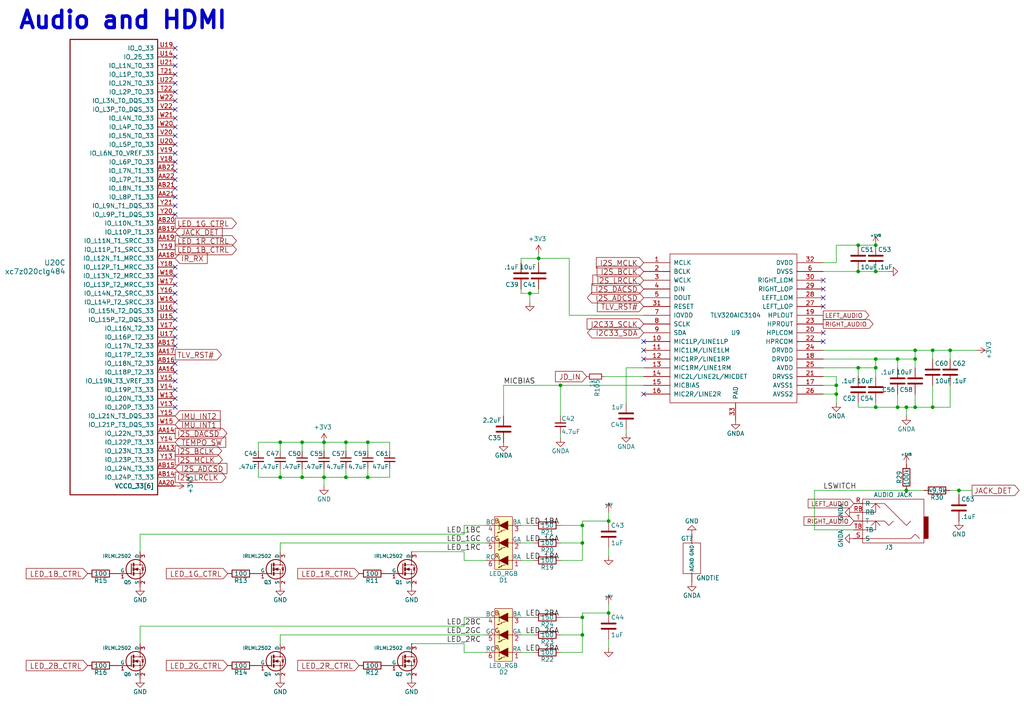
<source format=kicad_sch>
(kicad_sch (version 20231120) (generator "eeschema") (generator_version "8.0")
  (paper "A4")
  (junction (at 262.89 118.11))
  (junction (at 248.92 71.12))
  (junction (at 168.91 179.07))
  (junction (at 168.91 157.48))
  (junction (at 270.51 118.11))
  (junction (at 100.33 128.27))
  (junction (at 265.43 118.11))
  (junction (at 248.92 78.74))
  (junction (at 100.33 138.43))
  (junction (at 260.35 104.14))
  (junction (at 248.92 106.68))
  (junction (at 254 104.14))
  (junction (at 153.67 85.09))
  (junction (at 156.21 74.93))
  (junction (at 106.68 138.43))
  (junction (at 265.43 104.14))
  (junction (at 242.57 111.76))
  (junction (at 93.98 128.27))
  (junction (at 176.53 151.13))
  (junction (at 93.98 138.43))
  (junction (at 162.56 111.76))
  (junction (at 265.43 101.6))
  (junction (at 275.59 101.6))
  (junction (at 254 71.12))
  (junction (at 168.91 152.4))
  (junction (at 254 118.11))
  (junction (at 168.91 184.15))
  (junction (at 176.53 177.8))
  (junction (at 87.63 138.43))
  (junction (at 106.68 128.27))
  (junction (at 242.57 114.3))
  (junction (at 81.28 128.27))
  (junction (at 262.89 142.24))
  (junction (at 278.13 142.24))
  (junction (at 81.28 138.43))
  (junction (at 260.35 118.11))
  (junction (at 254 78.74))
  (junction (at 254 106.68))
  (junction (at 270.51 101.6))
  (junction (at 87.63 128.27))
  (no_connect (at 50.8 82.55))
  (no_connect (at 50.8 24.13))
  (no_connect (at 50.8 46.99))
  (no_connect (at 186.69 99.06))
  (no_connect (at 50.8 39.37))
  (no_connect (at 50.8 29.21))
  (no_connect (at 186.69 104.14))
  (no_connect (at 50.8 87.63))
  (no_connect (at 50.8 62.23))
  (no_connect (at 50.8 85.09))
  (no_connect (at 50.8 100.33))
  (no_connect (at 50.8 34.29))
  (no_connect (at 238.76 83.82))
  (no_connect (at 50.8 49.53))
  (no_connect (at 50.8 92.71))
  (no_connect (at 50.8 95.25))
  (no_connect (at 50.8 115.57))
  (no_connect (at 186.69 114.3))
  (no_connect (at 50.8 52.07))
  (no_connect (at 238.76 86.36))
  (no_connect (at 238.76 81.28))
  (no_connect (at 50.8 59.69))
  (no_connect (at 186.69 101.6))
  (no_connect (at 50.8 54.61))
  (no_connect (at 50.8 19.05))
  (no_connect (at 50.8 77.47))
  (no_connect (at 50.8 113.03))
  (no_connect (at 238.76 99.06))
  (no_connect (at 50.8 36.83))
  (no_connect (at 50.8 31.75))
  (no_connect (at 50.8 16.51))
  (no_connect (at 50.8 26.67))
  (no_connect (at 50.8 97.79))
  (no_connect (at 50.8 107.95))
  (no_connect (at 50.8 90.17))
  (no_connect (at 50.8 80.01))
  (no_connect (at 238.76 88.9))
  (no_connect (at 50.8 105.41))
  (no_connect (at 50.8 13.97))
  (no_connect (at 50.8 21.59))
  (no_connect (at 238.76 96.52))
  (no_connect (at 50.8 110.49))
  (no_connect (at 50.8 41.91))
  (no_connect (at 50.8 44.45))
  (no_connect (at 50.8 57.15))
  (no_connect (at 50.8 118.11))
  (wire (pts (xy 270.51 111.76) (xy 270.51 118.11)))
  (wire (pts (xy 176.53 158.75) (xy 176.53 161.29)))
  (wire (pts (xy 270.51 118.11) (xy 275.59 118.11)))
  (wire (pts (xy 238.76 114.3) (xy 242.57 114.3)))
  (wire (pts (xy 93.98 128.27) (xy 93.98 130.81)))
  (wire (pts (xy 168.91 151.13) (xy 168.91 152.4)))
  (wire (pts (xy 236.22 142.24) (xy 262.89 142.24)))
  (wire (pts (xy 134.62 179.07) (xy 140.97 179.07)))
  (wire (pts (xy 242.57 111.76) (xy 242.57 114.3)))
  (wire (pts (xy 113.03 130.81) (xy 113.03 128.27)))
  (wire (pts (xy 81.28 157.48) (xy 140.97 157.48)))
  (wire (pts (xy 186.69 106.68) (xy 181.61 106.68)))
  (wire (pts (xy 106.68 128.27) (xy 106.68 130.81)))
  (wire (pts (xy 265.43 101.6) (xy 270.51 101.6)))
  (wire (pts (xy 146.05 111.76) (xy 162.56 111.76)))
  (wire (pts (xy 248.92 118.11) (xy 248.92 116.84)))
  (wire (pts (xy 81.28 135.89) (xy 81.28 138.43)))
  (wire (pts (xy 134.62 186.69) (xy 119.38 186.69)))
  (wire (pts (xy 248.92 118.11) (xy 254 118.11)))
  (wire (pts (xy 151.13 189.23) (xy 154.94 189.23)))
  (wire (pts (xy 238.76 78.74) (xy 248.92 78.74)))
  (wire (pts (xy 81.28 128.27) (xy 74.93 128.27)))
  (wire (pts (xy 106.68 135.89) (xy 106.68 138.43)))
  (wire (pts (xy 168.91 157.48) (xy 168.91 162.56)))
  (wire (pts (xy 186.69 109.22) (xy 175.26 109.22)))
  (wire (pts (xy 162.56 184.15) (xy 168.91 184.15)))
  (wire (pts (xy 168.91 184.15) (xy 168.91 189.23)))
  (wire (pts (xy 254 78.74) (xy 257.81 78.74)))
  (wire (pts (xy 87.63 128.27) (xy 87.63 130.81)))
  (wire (pts (xy 254 104.14) (xy 254 106.68)))
  (wire (pts (xy 260.35 104.14) (xy 260.35 106.68)))
  (wire (pts (xy 151.13 179.07) (xy 154.94 179.07)))
  (wire (pts (xy 113.03 128.27) (xy 106.68 128.27)))
  (wire (pts (xy 181.61 106.68) (xy 181.61 116.84)))
  (wire (pts (xy 100.33 128.27) (xy 93.98 128.27)))
  (wire (pts (xy 270.51 101.6) (xy 270.51 104.14)))
  (wire (pts (xy 81.28 138.43) (xy 74.93 138.43)))
  (wire (pts (xy 238.76 109.22) (xy 242.57 109.22)))
  (wire (pts (xy 262.89 142.24) (xy 267.97 142.24)))
  (wire (pts (xy 260.35 114.3) (xy 260.35 118.11)))
  (wire (pts (xy 168.91 179.07) (xy 168.91 184.15)))
  (wire (pts (xy 242.57 71.12) (xy 248.92 71.12)))
  (wire (pts (xy 134.62 189.23) (xy 134.62 186.69)))
  (wire (pts (xy 248.92 106.68) (xy 248.92 109.22)))
  (wire (pts (xy 275.59 101.6) (xy 275.59 104.14)))
  (wire (pts (xy 278.13 142.24) (xy 281.94 142.24)))
  (wire (pts (xy 168.91 162.56) (xy 162.56 162.56)))
  (wire (pts (xy 100.33 135.89) (xy 100.33 138.43)))
  (wire (pts (xy 146.05 111.76) (xy 146.05 120.65)))
  (wire (pts (xy 74.93 138.43) (xy 74.93 135.89)))
  (wire (pts (xy 106.68 138.43) (xy 100.33 138.43)))
  (wire (pts (xy 100.33 138.43) (xy 93.98 138.43)))
  (wire (pts (xy 248.92 106.68) (xy 254 106.68)))
  (wire (pts (xy 275.59 101.6) (xy 283.21 101.6)))
  (wire (pts (xy 113.03 138.43) (xy 113.03 135.89)))
  (wire (pts (xy 238.76 106.68) (xy 248.92 106.68)))
  (wire (pts (xy 134.62 160.02) (xy 119.38 160.02)))
  (wire (pts (xy 93.98 138.43) (xy 87.63 138.43)))
  (wire (pts (xy 151.13 157.48) (xy 154.94 157.48)))
  (wire (pts (xy 238.76 76.2) (xy 242.57 76.2)))
  (wire (pts (xy 93.98 128.27) (xy 87.63 128.27)))
  (wire (pts (xy 242.57 114.3) (xy 242.57 116.84)))
  (wire (pts (xy 106.68 128.27) (xy 100.33 128.27)))
  (wire (pts (xy 278.13 143.51) (xy 278.13 142.24)))
  (wire (pts (xy 248.92 71.12) (xy 254 71.12)))
  (wire (pts (xy 40.64 154.94) (xy 134.62 154.94)))
  (wire (pts (xy 81.28 160.02) (xy 81.28 157.48)))
  (wire (pts (xy 81.28 130.81) (xy 81.28 128.27)))
  (wire (pts (xy 93.98 135.89) (xy 93.98 138.43)))
  (wire (pts (xy 242.57 76.2) (xy 242.57 71.12)))
  (wire (pts (xy 134.62 189.23) (xy 140.97 189.23)))
  (wire (pts (xy 134.62 154.94) (xy 134.62 152.4)))
  (wire (pts (xy 74.93 128.27) (xy 74.93 130.81)))
  (wire (pts (xy 176.53 185.42) (xy 176.53 187.96)))
  (wire (pts (xy 134.62 181.61) (xy 134.62 179.07)))
  (wire (pts (xy 168.91 177.8) (xy 168.91 179.07)))
  (wire (pts (xy 248.92 78.74) (xy 254 78.74)))
  (wire (pts (xy 254 118.11) (xy 260.35 118.11)))
  (wire (pts (xy 162.56 157.48) (xy 168.91 157.48)))
  (wire (pts (xy 162.56 111.76) (xy 186.69 111.76)))
  (wire (pts (xy 168.91 152.4) (xy 168.91 157.48)))
  (wire (pts (xy 254 118.11) (xy 254 116.84)))
  (wire (pts (xy 40.64 154.94) (xy 40.64 160.02)))
  (wire (pts (xy 168.91 189.23) (xy 162.56 189.23)))
  (wire (pts (xy 40.64 181.61) (xy 40.64 186.69)))
  (wire (pts (xy 151.13 184.15) (xy 154.94 184.15)))
  (wire (pts (xy 275.59 118.11) (xy 275.59 111.76)))
  (wire (pts (xy 151.13 162.56) (xy 154.94 162.56)))
  (wire (pts (xy 156.21 73.66) (xy 156.21 74.93)))
  (wire (pts (xy 165.1 91.44) (xy 165.1 74.93)))
  (wire (pts (xy 153.67 85.09) (xy 156.21 85.09)))
  (wire (pts (xy 151.13 85.09) (xy 153.67 85.09)))
  (wire (pts (xy 162.56 125.73) (xy 162.56 127)))
  (wire (pts (xy 176.53 148.59) (xy 176.53 151.13)))
  (wire (pts (xy 156.21 85.09) (xy 156.21 83.82)))
  (wire (pts (xy 238.76 111.76) (xy 242.57 111.76)))
  (wire (pts (xy 260.35 104.14) (xy 265.43 104.14)))
  (wire (pts (xy 236.22 153.67) (xy 247.65 153.67)))
  (wire (pts (xy 265.43 118.11) (xy 270.51 118.11)))
  (wire (pts (xy 238.76 101.6) (xy 265.43 101.6)))
  (wire (pts (xy 181.61 124.46) (xy 181.61 125.73)))
  (wire (pts (xy 134.62 152.4) (xy 140.97 152.4)))
  (wire (pts (xy 87.63 135.89) (xy 87.63 138.43)))
  (wire (pts (xy 151.13 152.4) (xy 154.94 152.4)))
  (wire (pts (xy 254 106.68) (xy 254 109.22)))
  (wire (pts (xy 265.43 104.14) (xy 265.43 106.68)))
  (wire (pts (xy 275.59 142.24) (xy 278.13 142.24)))
  (wire (pts (xy 151.13 76.2) (xy 151.13 74.93)))
  (wire (pts (xy 40.64 181.61) (xy 134.62 181.61)))
  (wire (pts (xy 156.21 74.93) (xy 156.21 76.2)))
  (wire (pts (xy 151.13 83.82) (xy 151.13 85.09)))
  (wire (pts (xy 236.22 142.24) (xy 236.22 153.67)))
  (wire (pts (xy 270.51 101.6) (xy 275.59 101.6)))
  (wire (pts (xy 262.89 118.11) (xy 262.89 120.65)))
  (wire (pts (xy 186.69 91.44) (xy 165.1 91.44)))
  (wire (pts (xy 87.63 128.27) (xy 81.28 128.27)))
  (wire (pts (xy 260.35 118.11) (xy 262.89 118.11)))
  (wire (pts (xy 100.33 128.27) (xy 100.33 130.81)))
  (wire (pts (xy 134.62 162.56) (xy 134.62 160.02)))
  (wire (pts (xy 265.43 101.6) (xy 265.43 104.14)))
  (wire (pts (xy 162.56 111.76) (xy 162.56 120.65)))
  (wire (pts (xy 176.53 151.13) (xy 168.91 151.13)))
  (wire (pts (xy 242.57 109.22) (xy 242.57 111.76)))
  (wire (pts (xy 176.53 175.26) (xy 176.53 177.8)))
  (wire (pts (xy 156.21 74.93) (xy 165.1 74.93)))
  (wire (pts (xy 162.56 152.4) (xy 168.91 152.4)))
  (wire (pts (xy 254 104.14) (xy 260.35 104.14)))
  (wire (pts (xy 176.53 177.8) (xy 168.91 177.8)))
  (wire (pts (xy 265.43 114.3) (xy 265.43 118.11)))
  (wire (pts (xy 262.89 118.11) (xy 265.43 118.11)))
  (wire (pts (xy 93.98 138.43) (xy 93.98 140.97)))
  (wire (pts (xy 162.56 179.07) (xy 168.91 179.07)))
  (wire (pts (xy 87.63 138.43) (xy 81.28 138.43)))
  (wire (pts (xy 134.62 162.56) (xy 140.97 162.56)))
  (wire (pts (xy 238.76 104.14) (xy 254 104.14)))
  (wire (pts (xy 113.03 138.43) (xy 106.68 138.43)))
  (wire (pts (xy 151.13 74.93) (xy 156.21 74.93)))
  (wire (pts (xy 81.28 184.15) (xy 140.97 184.15)))
  (wire (pts (xy 153.67 87.63) (xy 153.67 85.09)))
  (wire (pts (xy 81.28 186.69) (xy 81.28 184.15)))
  (text "Audio and HDMI" (at 5.08 8.89 0) (effects (font (size 5.0038 5.0038) (thickness 1.0008) (bold yes)) (justify left bottom)))
  (label "LED_2GA" (at 152.4 184.15 0) (effects (font (size 1.524 1.524))))
  (label "LED_2RC" (at 129.54 186.69 0) (effects (font (size 1.524 1.524))))
  (label "MICBIAS" (at 146.05 111.76 0) (effects (font (size 1.524 1.524))))
  (label "LED_2GC" (at 129.54 184.15 0) (effects (font (size 1.524 1.524))))
  (label "LED_1BA" (at 152.4 152.4 0) (effects (font (size 1.524 1.524))))
  (label "LED_1GA" (at 152.4 157.48 0) (effects (font (size 1.524 1.524))))
  (label "LED_2RA" (at 152.4 189.23 0) (effects (font (size 1.524 1.524))))
  (label "LED_2BA" (at 152.4 179.07 0) (effects (font (size 1.524 1.524))))
  (label "LED_2BC" (at 129.54 181.61 0) (effects (font (size 1.524 1.524))))
  (label "LED_1GC" (at 129.54 157.48 0) (effects (font (size 1.524 1.524))))
  (label "LED_1BC" (at 129.54 154.94 0) (effects (font (size 1.524 1.524))))
  (label "LED_1RC" (at 129.54 160.02 0) (effects (font (size 1.524 1.524))))
  (label "LED_1RA" (at 152.4 162.56 0) (effects (font (size 1.524 1.524))))
  (label "LSWITCH" (at 238.76 142.24 0) (effects (font (size 1.524 1.524))))
  (global_label "I2S_BCLK" (shape input) (at 186.69 78.74 180) (effects (font (size 1.524 1.524))) (property "Intersheetrefs" "${INTERSHEET_REFS}" (effects (hide yes))))
  (global_label "LED_2R_CTRL" (shape input) (at 104.14 193.04 180) (effects (font (size 1.524 1.524))) (property "Intersheetrefs" "${INTERSHEET_REFS}" (effects (hide yes))))
  (global_label "JACK_DET" (shape output) (at 281.94 142.24 0) (effects (font (size 1.524 1.524))) (property "Intersheetrefs" "${INTERSHEET_REFS}" (effects (hide yes))))
  (global_label "LED_1G_CTRL" (shape output) (at 50.8 64.77 0) (effects (font (size 1.524 1.524))) (property "Intersheetrefs" "${INTERSHEET_REFS}" (effects (hide yes))))
  (global_label "I2S_MCLK" (shape output) (at 50.8 133.35 0) (effects (font (size 1.524 1.524))) (property "Intersheetrefs" "${INTERSHEET_REFS}" (effects (hide yes))))
  (global_label "IR_RX" (shape input) (at 50.8 74.93 0) (effects (font (size 1.524 1.524))) (property "Intersheetrefs" "${INTERSHEET_REFS}" (effects (hide yes))))
  (global_label "TEMPO_SW" (shape input) (at 50.8 128.27 0) (effects (font (size 1.524 1.524))) (property "Intersheetrefs" "${INTERSHEET_REFS}" (effects (hide yes))))
  (global_label "JACK_DET" (shape input) (at 50.8 67.31 0) (effects (font (size 1.524 1.524))) (property "Intersheetrefs" "${INTERSHEET_REFS}" (effects (hide yes))))
  (global_label "I2S_DACSD" (shape input) (at 186.69 83.82 180) (effects (font (size 1.524 1.524))) (property "Intersheetrefs" "${INTERSHEET_REFS}" (effects (hide yes))))
  (global_label "I2S_DACSD" (shape output) (at 50.8 125.73 0) (effects (font (size 1.524 1.524))) (property "Intersheetrefs" "${INTERSHEET_REFS}" (effects (hide yes))))
  (global_label "RIGHT_AUDIO" (shape input) (at 247.65 151.13 180) (property "Intersheetrefs" "${INTERSHEET_REFS}" (effects (hide yes))))
  (global_label "I2S_ADCSD" (shape input) (at 50.8 135.89 0) (effects (font (size 1.524 1.524))) (property "Intersheetrefs" "${INTERSHEET_REFS}" (effects (hide yes))))
  (global_label "LED_1R_CTRL" (shape output) (at 50.8 69.85 0) (effects (font (size 1.524 1.524))) (property "Intersheetrefs" "${INTERSHEET_REFS}" (effects (hide yes))))
  (global_label "IMU_INT1" (shape input) (at 50.8 123.19 0) (effects (font (size 1.524 1.524))) (property "Intersheetrefs" "${INTERSHEET_REFS}" (effects (hide yes))))
  (global_label "TLV_RST#" (shape output) (at 50.8 102.87 0) (effects (font (size 1.524 1.524))) (property "Intersheetrefs" "${INTERSHEET_REFS}" (effects (hide yes))))
  (global_label "I2S_MCLK" (shape input) (at 186.69 76.2 180) (effects (font (size 1.524 1.524))) (property "Intersheetrefs" "${INTERSHEET_REFS}" (effects (hide yes))))
  (global_label "LEFT_AUDIO" (shape output) (at 238.76 91.44 0) (property "Intersheetrefs" "${INTERSHEET_REFS}" (effects (hide yes))))
  (global_label "JD_IN" (shape input) (at 170.18 109.22 180) (effects (font (size 1.524 1.524))) (property "Intersheetrefs" "${INTERSHEET_REFS}" (effects (hide yes))))
  (global_label "LED_1B_CTRL" (shape input) (at 25.4 166.37 180) (effects (font (size 1.524 1.524))) (property "Intersheetrefs" "${INTERSHEET_REFS}" (effects (hide yes))))
  (global_label "LEFT_AUDIO" (shape input) (at 247.65 146.05 180) (property "Intersheetrefs" "${INTERSHEET_REFS}" (effects (hide yes))))
  (global_label "LED_1B_CTRL" (shape output) (at 50.8 72.39 0) (effects (font (size 1.524 1.524))) (property "Intersheetrefs" "${INTERSHEET_REFS}" (effects (hide yes))))
  (global_label "LED_2G_CTRL" (shape input) (at 66.04 193.04 180) (effects (font (size 1.524 1.524))) (property "Intersheetrefs" "${INTERSHEET_REFS}" (effects (hide yes))))
  (global_label "I2S_BCLK" (shape output) (at 50.8 130.81 0) (effects (font (size 1.524 1.524))) (property "Intersheetrefs" "${INTERSHEET_REFS}" (effects (hide yes))))
  (global_label "LED_1R_CTRL" (shape input) (at 104.14 166.37 180) (effects (font (size 1.524 1.524))) (property "Intersheetrefs" "${INTERSHEET_REFS}" (effects (hide yes))))
  (global_label "IMU_INT2" (shape input) (at 50.8 120.65 0) (effects (font (size 1.524 1.524))) (property "Intersheetrefs" "${INTERSHEET_REFS}" (effects (hide yes))))
  (global_label "I2C33_SDA" (shape bidirectional) (at 186.69 96.52 180) (effects (font (size 1.524 1.524))) (property "Intersheetrefs" "${INTERSHEET_REFS}" (effects (hide yes))))
  (global_label "I2S_LRCLK" (shape output) (at 50.8 138.43 0) (effects (font (size 1.524 1.524))) (property "Intersheetrefs" "${INTERSHEET_REFS}" (effects (hide yes))))
  (global_label "I2S_ADCSD" (shape bidirectional) (at 186.69 86.36 180) (effects (font (size 1.524 1.524))) (property "Intersheetrefs" "${INTERSHEET_REFS}" (effects (hide yes))))
  (global_label "TLV_RST#" (shape input) (at 186.69 88.9 180) (effects (font (size 1.524 1.524))) (property "Intersheetrefs" "${INTERSHEET_REFS}" (effects (hide yes))))
  (global_label "RIGHT_AUDIO" (shape output) (at 238.76 93.98 0) (property "Intersheetrefs" "${INTERSHEET_REFS}" (effects (hide yes))))
  (global_label "I2C33_SCLK" (shape input) (at 186.69 93.98 180) (effects (font (size 1.524 1.524))) (property "Intersheetrefs" "${INTERSHEET_REFS}" (effects (hide yes))))
  (global_label "LED_1G_CTRL" (shape input) (at 66.04 166.37 180) (effects (font (size 1.524 1.524))) (property "Intersheetrefs" "${INTERSHEET_REFS}" (effects (hide yes))))
  (global_label "LED_2B_CTRL" (shape input) (at 25.4 193.04 180) (effects (font (size 1.524 1.524))) (property "Intersheetrefs" "${INTERSHEET_REFS}" (effects (hide yes))))
  (global_label "I2S_LRCLK" (shape input) (at 186.69 81.28 180) (effects (font (size 1.524 1.524))) (property "Intersheetrefs" "${INTERSHEET_REFS}" (effects (hide yes))))
  (symbol (lib_id "Device:R") (at 262.89 138.43 180) (unit 1)
    (property "Reference" "R29" (at 260.858 138.43 90))
    (property "Value" "100k" (at 262.89 138.43 90))
    (property "Footprint" "Resistor_SMD:R_0402_1005Metric" (effects (hide yes)))
    (property "MFR" "Yageo" (effects (hide yes)))
    (property "MPN" "RC0402FR-07100KL" (effects (hide yes)))
    (property "SPR" "Digikey" (effects (hide yes)))
    (property "SPN" "311-100KLRTR-ND" (effects (hide yes)))
  )
  (symbol (lib_id "Device:R") (at 271.78 142.24 270) (unit 1)
    (property "Reference" "R30" (at 271.78 144.272 90))
    (property "Value" "49.9k" (at 271.78 142.24 90))
    (property "Footprint" "Resistor_SMD:R_0402_1005Metric" (effects (hide yes)))
    (property "MFR" "Yageo" (effects (hide yes)))
    (property "MPN" "RC0402FR-0749K9L" (effects (hide yes)))
    (property "SPR" "Digikey" (effects (hide yes)))
    (property "SPN" "311-49.9KLRCT-ND" (effects (hide yes)))
  )
  (symbol (lib_id "DFTBoard-rescue:GND-power") (at 278.13 151.13 0) (unit 1)
    (property "Reference" "#PWR098" (effects (hide yes)))
    (property "Value" "GND" (at 278.13 154.94 0))
  )
  (symbol (lib_id "Device:C") (at 278.13 147.32 0) (unit 1)
    (property "Reference" "C63" (at 278.765 144.78 0) (effects (justify left)))
    (property "Value" ".1uF" (at 278.765 149.86 0) (effects (justify left)))
    (property "Footprint" "Capacitor_SMD:C_0402_1005Metric" (effects (hide yes)))
    (property "MFR" "Yageo" (effects (hide yes)))
    (property "MPN" "CC0402KRX7R6BB104" (effects (hide yes)))
    (property "SPR" "Digikey" (effects (hide yes)))
    (property "SPN" "311-1345-1-ND" (effects (hide yes)))
  )
  (symbol (lib_id "DFTBoard-rescue:JACK_TRS_5PINS") (at 257.81 151.13 180) (unit 1)
    (property "Reference" "J3" (at 257.81 158.75 0))
    (property "Value" "AUDIO JACK" (at 259.08 143.51 0))
    (property "Footprint" "DFTcustom:RA49C14B" (effects (hide yes)))
    (property "MFR" "Switchcraft Conxall" (effects (hide yes)))
    (property "MPN" "RA49C12B" (effects (hide yes)))
    (property "SPR" "Digikey" (effects (hide yes)))
    (property "SPN" "SC2083-ND" (effects (hide yes)))
  )
  (symbol (lib_id "Device:C") (at 151.13 80.01 180) (unit 1)
    (property "Reference" "C39" (at 150.495 82.55 0) (effects (justify left)))
    (property "Value" ".1uF" (at 150.495 77.47 0) (effects (justify left)))
    (property "Footprint" "Capacitor_SMD:C_0402_1005Metric" (effects (hide yes)))
    (property "MFR" "Yageo" (effects (hide yes)))
    (property "MPN" "CC0402KRX7R6BB104" (effects (hide yes)))
    (property "SPR" "Digikey" (effects (hide yes)))
    (property "SPN" "311-1345-1-ND" (effects (hide yes)))
  )
  (symbol (lib_id "Device:C") (at 156.21 80.01 180) (unit 1)
    (property "Reference" "C41" (at 155.575 82.55 0) (effects (justify left)))
    (property "Value" "10uF" (at 155.575 77.47 0) (effects (justify left)))
    (property "Footprint" "Capacitor_SMD:C_0603_1608Metric" (effects (hide yes)))
    (property "MFR" "Murata" (effects (hide yes)))
    (property "MPN" "GRM188R61A106KE69J" (effects (hide yes)))
    (property "SPR" "Digikey" (effects (hide yes)))
    (property "SPN" "490-14372-1-ND" (effects (hide yes)))
  )
  (symbol (lib_id "DFTBoard-rescue:GND-power") (at 153.67 87.63 0) (unit 1)
    (property "Reference" "#PWR071" (effects (hide yes)))
    (property "Value" "GND" (effects (hide yes)))
  )
  (symbol (lib_id "DFTBoard-rescue:GNDA-power") (at 247.65 156.21 270) (unit 1)
    (property "Reference" "#PWR089" (effects (hide yes)))
    (property "Value" "GNDA" (at 243.84 156.21 0))
  )
  (symbol (lib_id "Device:C") (at 248.92 113.03 180) (unit 1)
    (property "Reference" "C52" (at 248.285 115.57 0) (effects (justify left)))
    (property "Value" ".1uF" (at 248.285 110.49 0) (effects (justify left)))
    (property "Footprint" "Capacitor_SMD:C_0402_1005Metric" (effects (hide yes)))
    (property "MFR" "Yageo" (effects (hide yes)))
    (property "MPN" "CC0402KRX7R6BB104" (effects (hide yes)))
    (property "SPR" "Digikey" (effects (hide yes)))
    (property "SPN" "311-1345-1-ND" (effects (hide yes)))
  )
  (symbol (lib_id "Device:C") (at 260.35 110.49 180) (unit 1)
    (property "Reference" "C56" (at 259.715 113.03 0) (effects (justify left)))
    (property "Value" ".1uF" (at 259.715 107.95 0) (effects (justify left)))
    (property "Footprint" "Capacitor_SMD:C_0402_1005Metric" (effects (hide yes)))
    (property "MFR" "Yageo" (effects (hide yes)))
    (property "MPN" "CC0402KRX7R6BB104" (effects (hide yes)))
    (property "SPR" "Digikey" (effects (hide yes)))
    (property "SPN" "311-1345-1-ND" (effects (hide yes)))
  )
  (symbol (lib_id "DFTBoard-rescue:GNDA-power") (at 242.57 116.84 0) (unit 1)
    (property "Reference" "#PWR086" (effects (hide yes)))
    (property "Value" "GNDA" (at 242.57 120.65 0))
  )
  (symbol (lib_id "Device:C") (at 254 113.03 180) (unit 1)
    (property "Reference" "C54" (at 253.365 115.57 0) (effects (justify left)))
    (property "Value" "10uF" (at 253.365 110.49 0) (effects (justify left)))
    (property "Footprint" "Capacitor_SMD:C_0603_1608Metric" (effects (hide yes)))
    (property "MFR" "Murata" (effects (hide yes)))
    (property "MPN" "GRM188R61A106KE69J" (effects (hide yes)))
    (property "SPR" "Digikey" (effects (hide yes)))
    (property "SPN" "490-14372-1-ND" (effects (hide yes)))
  )
  (symbol (lib_id "Device:C") (at 265.43 110.49 180) (unit 1)
    (property "Reference" "C58" (at 264.795 113.03 0) (effects (justify left)))
    (property "Value" "10uF" (at 264.795 107.95 0) (effects (justify left)))
    (property "Footprint" "Capacitor_SMD:C_0603_1608Metric" (effects (hide yes)))
    (property "MFR" "Murata" (effects (hide yes)))
    (property "MPN" "GRM188R61A106KE69J" (effects (hide yes)))
    (property "SPR" "Digikey" (effects (hide yes)))
    (property "SPN" "490-14372-1-ND" (effects (hide yes)))
  )
  (symbol (lib_id "Device:C") (at 254 74.93 0) (unit 1)
    (property "Reference" "C53" (at 254.635 72.39 0) (effects (justify left)))
    (property "Value" ".1uF" (at 254.635 77.47 0) (effects (justify left)))
    (property "Footprint" "Capacitor_SMD:C_0402_1005Metric" (effects (hide yes)))
    (property "MFR" "Yageo" (effects (hide yes)))
    (property "MPN" "CC0402KRX7R6BB104" (effects (hide yes)))
    (property "SPR" "Digikey" (effects (hide yes)))
    (property "SPN" "311-1345-1-ND" (effects (hide yes)))
  )
  (symbol (lib_id "Device:C") (at 248.92 74.93 0) (unit 1)
    (property "Reference" "C51" (at 249.555 72.39 0) (effects (justify left)))
    (property "Value" "10uF" (at 249.555 77.47 0) (effects (justify left)))
    (property "Footprint" "Capacitor_SMD:C_0603_1608Metric" (effects (hide yes)))
    (property "MFR" "Murata" (effects (hide yes)))
    (property "MPN" "GRM188R61A106KE69J" (effects (hide yes)))
    (property "SPR" "Digikey" (effects (hide yes)))
    (property "SPN" "490-14372-1-ND" (effects (hide yes)))
  )
  (symbol (lib_id "DFTBoard-rescue:GND-power") (at 257.81 78.74 90) (unit 1)
    (property "Reference" "#PWR095" (effects (hide yes)))
    (property "Value" "GND" (effects (hide yes)))
  )
  (symbol (lib_id "DFTBoard-rescue:GNDA-power") (at 262.89 120.65 0) (unit 1)
    (property "Reference" "#PWR096" (effects (hide yes)))
    (property "Value" "GNDA" (at 262.89 124.46 0))
  )
  (symbol (lib_id "Device:C") (at 275.59 107.95 0) (unit 1)
    (property "Reference" "C62" (at 276.225 105.41 0) (effects (justify left)))
    (property "Value" ".1uF" (at 276.225 110.49 0) (effects (justify left)))
    (property "Footprint" "Capacitor_SMD:C_0402_1005Metric" (effects (hide yes)))
    (property "MFR" "Yageo" (effects (hide yes)))
    (property "MPN" "CC0402KRX7R6BB104" (effects (hide yes)))
    (property "SPR" "Digikey" (effects (hide yes)))
    (property "SPN" "311-1345-1-ND" (effects (hide yes)))
  )
  (symbol (lib_id "Device:C") (at 270.51 107.95 0) (unit 1)
    (property "Reference" "C60" (at 271.145 105.41 0) (effects (justify left)))
    (property "Value" "10uF" (at 271.145 110.49 0) (effects (justify left)))
    (property "Footprint" "Capacitor_SMD:C_0603_1608Metric" (effects (hide yes)))
    (property "MFR" "Murata" (effects (hide yes)))
    (property "MPN" "GRM188R61A106KE69J" (effects (hide yes)))
    (property "SPR" "Digikey" (effects (hide yes)))
    (property "SPN" "490-14372-1-ND" (effects (hide yes)))
  )
  (symbol (lib_id "Device:C") (at 146.05 124.46 180) (unit 1)
    (property "Reference" "C35" (at 145.415 127 0) (effects (justify left)))
    (property "Value" "2.2uF" (at 145.415 121.92 0) (effects (justify left)))
    (property "Footprint" "Capacitor_SMD:C_0402_1005Metric" (effects (hide yes)))
    (property "MFR" "Murata" (effects (hide yes)))
    (property "MPN" "GRM155R61A225KE95D" (effects (hide yes)))
    (property "SPR" "Digikey" (effects (hide yes)))
    (property "SPN" "490-10451-1-ND" (effects (hide yes)))
  )
  (symbol (lib_id "DFTBoard-rescue:TLV320AIC3104") (at 213.36 93.98 0) (unit 1)
    (property "Reference" "U9" (at 213.36 96.52 0))
    (property "Value" "TLV320AIC3104" (at 213.36 91.44 0))
    (property "Footprint" "Package_DFN_QFN:QFN-32-1EP_5x5mm_P0.5mm_EP3.65x3.65mm" (effects (hide yes)))
    (property "MFR" "Texas Instruments" (effects (hide yes)))
    (property "MPN" "TLV320AIC3104IRHBR" (effects (hide yes)))
    (property "SPR" "Digikey" (effects (hide yes)))
    (property "SPN" "296-26818-1-ND" (effects (hide yes)))
  )
  (symbol (lib_id "DFTBoard-rescue:+1V8-power") (at 254 71.12 0) (unit 1)
    (property "Reference" "#PWR093" (effects (hide yes)))
    (property "Value" "+1V8" (at 254 68.326 0) (effects (font (size 0.762 0.762))))
  )
  (symbol (lib_id "DFTBoard-rescue:+3V3-power") (at 283.21 101.6 270) (unit 1)
    (property "Reference" "#PWR0100" (effects (hide yes)))
    (property "Value" "+3V3" (at 286.766 101.6 0))
  )
  (symbol (lib_id "Device:C_Small") (at 162.56 123.19 0) (unit 1)
    (property "Reference" "C42" (at 162.814 121.412 0) (effects (justify left)))
    (property "Value" "4.7uF" (at 162.814 125.222 0) (effects (justify left)))
    (property "Footprint" "Capacitor_SMD:C_0402_1005Metric" (effects (hide yes)))
    (property "MFR" "Murata" (effects (hide yes)))
    (property "MPN" "GRM155R60G475ME47D" (effects (hide yes)))
    (property "SPR" "Digikey" (effects (hide yes)))
    (property "SPN" "490-11980-1-ND" (effects (hide yes)))
  )
  (symbol (lib_id "DFTBoard-rescue:GNDA-power") (at 162.56 127 0) (unit 1)
    (property "Reference" "#PWR073" (effects (hide yes)))
    (property "Value" "GNDA" (at 162.56 130.81 0))
  )
  (symbol (lib_id "Device:C") (at 181.61 120.65 180) (unit 1)
    (property "Reference" "C45" (at 180.975 123.19 0) (effects (justify left)))
    (property "Value" "1uF" (at 180.975 118.11 0) (effects (justify left)))
    (property "Footprint" "Capacitor_SMD:C_0402_1005Metric" (effects (hide yes)))
    (property "MFR" "Yageo" (effects (hide yes)))
    (property "MPN" "CC0402KRX5R6BB105" (effects (hide yes)))
    (property "SPR" "Digikey" (effects (hide yes)))
    (property "SPN" "311-1439-1-ND" (effects (hide yes)))
  )
  (symbol (lib_id "DFTBoard-rescue:GNDA-power") (at 181.61 125.73 0) (unit 1)
    (property "Reference" "#PWR078" (effects (hide yes)))
    (property "Value" "GNDA" (at 181.61 129.54 0))
  )
  (symbol (lib_id "DFTBoard-rescue:+1V8-power") (at 262.89 134.62 0) (unit 1)
    (property "Reference" "#PWR097" (effects (hide yes)))
    (property "Value" "+1V8" (at 262.89 131.826 0) (effects (font (size 0.762 0.762))))
  )
  (symbol (lib_id "DFTBoard-rescue:GND-power") (at 200.66 154.94 180) (unit 1)
    (property "Reference" "#PWR?" (effects (hide yes)))
    (property "Value" "GND" (at 200.66 151.13 0))
    (instances (project "" (path "" (reference "#PWR?") (unit 1)) (path "" (reference "#PWR081") (unit 1))))
  )
  (symbol (lib_id "DFTBoard-rescue:GNDA-power") (at 200.66 168.91 0) (unit 1)
    (property "Reference" "#PWR?" (effects (hide yes)))
    (property "Value" "GNDA" (at 200.66 172.72 0))
    (instances (project "" (path "" (reference "#PWR?") (unit 1)) (path "" (reference "#PWR082") (unit 1))))
  )
  (symbol (lib_id "DFTBoard-rescue:GNDTIE-") (at 196.85 158.75 0) (unit 1)
    (property "Reference" "GT?" (at 197.485 156.21 0) (effects (justify left)))
    (property "Value" "GNDTIE" (at 201.93 167.64 0) (effects (justify left)))
    (property "Footprint" "DFTcustom:gndtie" (effects (hide yes)))
    (property "MFR" "DNS" (effects (hide yes)))
    (property "MPN" "-" (effects (hide yes)))
    (property "SPR" "-" (effects (hide yes)))
    (property "SPN" "-" (effects (hide yes)))
    (property "SPURL" "-" (effects (hide yes)))
    (instances (project "" (path "" (reference "GT?") (unit 1)) (path "" (reference "GT1") (unit 1))))
  )
  (symbol (lib_id "DFTBoard-rescue:GNDA-power") (at 247.65 148.59 270) (unit 1)
    (property "Reference" "#PWR088" (effects (hide yes)))
    (property "Value" "GNDA" (at 243.84 148.59 0))
  )
  (symbol (lib_id "DFTBoard-rescue:GNDA-power") (at 146.05 128.27 0) (unit 1)
    (property "Reference" "#PWR067" (effects (hide yes)))
    (property "Value" "GNDA" (at 146.05 132.08 0))
  )
  (symbol (lib_id "Device:C") (at 176.53 154.94 0) (unit 1)
    (property "Reference" "C43" (at 177.165 152.4 0) (effects (justify left)))
    (property "Value" "1uF" (at 177.165 157.48 0) (effects (justify left)))
    (property "Footprint" "Capacitor_SMD:C_0402_1005Metric" (effects (hide yes)))
    (property "MFR" "Yageo" (effects (hide yes)))
    (property "MPN" "CC0402KRX5R6BB105" (effects (hide yes)))
    (property "SPR" "Digikey" (effects (hide yes)))
    (property "SPN" "311-1439-1-ND" (effects (hide yes)))
    (instances (project "" (path "" (reference "C43") (unit 1)) (path "" (reference "C?") (unit 1))))
  )
  (symbol (lib_id "DFTBoard-rescue:+5V-power") (at 176.53 148.59 0) (unit 1)
    (property "Reference" "#PWR074" (effects (hide yes)))
    (property "Value" "+5V" (at 176.53 146.304 0) (effects (font (size 0.762 0.762))))
    (instances (project "" (path "" (reference "#PWR074") (unit 1)) (path "" (reference "#PWR?") (unit 1))))
  )
  (symbol (lib_id "DFTBoard-rescue:GND-power") (at 176.53 161.29 0) (unit 1)
    (property "Reference" "#PWR075" (effects (hide yes)))
    (property "Value" "GND" (effects (hide yes)))
    (instances (project "" (path "" (reference "#PWR075") (unit 1)) (path "" (reference "#PWR?") (unit 1))))
  )
  (symbol (lib_id "DFTBoard-rescue:IRLML2502-") (at 38.1 165.1 0) (unit 1)
    (property "Reference" "Q5" (at 38.1 168.8846 0) (effects (font (size 1.016 1.016)) (justify right)))
    (property "Value" "IRLML2502" (at 38.1 161.29 0) (effects (font (size 1.016 1.016)) (justify right)))
    (property "Footprint" "Package_TO_SOT_SMD:SOT-23" (effects (hide yes)))
    (property "MFR" "Infineon Technologies AG" (effects (hide yes)))
    (property "MPN" "IRLML2502TRPBF" (effects (hide yes)))
    (property "SPR" "Digikey" (effects (hide yes)))
    (property "SPN" "IRLML2502PBFCT-ND" (effects (hide yes)))
    (instances (project "" (path "" (reference "Q5") (unit 1)) (path "" (reference "Q?") (unit 1))))
  )
  (symbol (lib_id "DFTBoard-rescue:IRLML2502-") (at 78.74 165.1 0) (unit 1)
    (property "Reference" "Q3" (at 78.74 168.8846 0) (effects (font (size 1.016 1.016)) (justify right)))
    (property "Value" "IRLML2502" (at 78.74 161.29 0) (effects (font (size 1.016 1.016)) (justify right)))
    (property "Footprint" "Package_TO_SOT_SMD:SOT-23" (effects (hide yes)))
    (property "MFR" "Infineon Technologies AG" (effects (hide yes)))
    (property "MPN" "IRLML2502TRPBF" (effects (hide yes)))
    (property "SPR" "Digikey" (effects (hide yes)))
    (property "SPN" "IRLML2502PBFCT-ND" (effects (hide yes)))
    (instances (project "" (path "" (reference "Q3") (unit 1)) (path "" (reference "Q?") (unit 1))))
  )
  (symbol (lib_id "DFTBoard-rescue:IRLML2502-") (at 116.84 165.1 0) (unit 1)
    (property "Reference" "Q1" (at 116.84 168.8846 0) (effects (font (size 1.016 1.016)) (justify right)))
    (property "Value" "IRLML2502" (at 116.84 161.29 0) (effects (font (size 1.016 1.016)) (justify right)))
    (property "Footprint" "Package_TO_SOT_SMD:SOT-23" (effects (hide yes)))
    (property "MFR" "Infineon Technologies AG" (effects (hide yes)))
    (property "MPN" "IRLML2502TRPBF" (effects (hide yes)))
    (property "SPR" "Digikey" (effects (hide yes)))
    (property "SPN" "IRLML2502PBFCT-ND" (effects (hide yes)))
    (instances (project "" (path "" (reference "Q1") (unit 1)) (path "" (reference "Q?") (unit 1))))
  )
  (symbol (lib_id "DFTBoard-rescue:GND-power") (at 40.64 170.18 0) (unit 1)
    (property "Reference" "#PWR065" (effects (hide yes)))
    (property "Value" "GND" (at 40.64 173.99 0))
    (instances (project "" (path "" (reference "#PWR065") (unit 1)) (path "" (reference "#PWR?") (unit 1))))
  )
  (symbol (lib_id "DFTBoard-rescue:GND-power") (at 81.28 170.18 0) (unit 1)
    (property "Reference" "#PWR061" (effects (hide yes)))
    (property "Value" "GND" (at 81.28 173.99 0))
    (instances (project "" (path "" (reference "#PWR061") (unit 1)) (path "" (reference "#PWR?") (unit 1))))
  )
  (symbol (lib_id "DFTBoard-rescue:GND-power") (at 119.38 170.18 0) (unit 1)
    (property "Reference" "#PWR058" (effects (hide yes)))
    (property "Value" "GND" (at 119.38 173.99 0))
    (instances (project "" (path "" (reference "#PWR058") (unit 1)) (path "" (reference "#PWR?") (unit 1))))
  )
  (symbol (lib_id "Device:R") (at 158.75 162.56 270) (unit 1)
    (property "Reference" "R19" (at 158.75 164.592 90))
    (property "Value" "100" (at 158.75 162.56 90))
    (property "Footprint" "Resistor_SMD:R_0402_1005Metric" (effects (hide yes)))
    (property "MFR" "Yageo" (effects (hide yes)))
    (property "MPN" "RC0402FR-07100RL" (effects (hide yes)))
    (property "SPR" "Digikey" (effects (hide yes)))
    (property "SPN" "311-100LRCT-ND" (effects (hide yes)))
    (instances (project "" (path "" (reference "R19") (unit 1)) (path "" (reference "R?") (unit 1))))
  )
  (symbol (lib_id "Device:R") (at 158.75 157.48 270) (unit 1)
    (property "Reference" "R20" (at 158.75 159.512 90))
    (property "Value" "100" (at 158.75 157.48 90))
    (property "Footprint" "Resistor_SMD:R_0402_1005Metric" (effects (hide yes)))
    (property "MFR" "Yageo" (effects (hide yes)))
    (property "MPN" "RC0402FR-07100RL" (effects (hide yes)))
    (property "SPR" "Digikey" (effects (hide yes)))
    (property "SPN" "311-100LRCT-ND" (effects (hide yes)))
    (instances (project "" (path "" (reference "R20") (unit 1)) (path "" (reference "R?") (unit 1))))
  )
  (symbol (lib_id "Device:R") (at 158.75 152.4 270) (unit 1)
    (property "Reference" "R21" (at 158.75 154.432 90))
    (property "Value" "150" (at 158.75 152.4 90))
    (property "Footprint" "Resistor_SMD:R_0402_1005Metric" (effects (hide yes)))
    (property "MFR" "Yageo" (effects (hide yes)))
    (property "MPN" "RC0402FR-07150RL" (effects (hide yes)))
    (property "SPR" "Digikey" (effects (hide yes)))
    (property "SPN" "311-150LRTR-ND" (effects (hide yes)))
    (instances (project "" (path "" (reference "R21") (unit 1)) (path "" (reference "R?") (unit 1))))
  )
  (symbol (lib_id "DFTBoard-rescue:LED_RGB-RESCUE-DFTBoard-") (at 146.05 157.48 180) (unit 1)
    (property "Reference" "D1" (at 146.05 168.275 0))
    (property "Value" "LED_RGB" (at 146.05 166.37 0))
    (property "Footprint" "DFTcustom:PLCC6-SM-RGB-LED" (effects (hide yes)))
    (property "MFR" "Cree, Inc." (effects (hide yes)))
    (property "MPN" "CLP6C-FKB-CM1Q1H1BB7R3R3" (effects (hide yes)))
    (property "SPR" "Digikey" (effects (hide yes)))
    (property "SPN" "CLP6C-FKB-CM1Q1H1BB7R3R3CT-ND" (effects (hide yes)))
    (instances (project "" (path "" (reference "D1") (unit 1)) (path "" (reference "D?") (unit 1))))
  )
  (symbol (lib_id "Device:R") (at 29.21 166.37 270) (unit 1)
    (property "Reference" "R15" (at 29.21 168.402 90))
    (property "Value" "100" (at 29.21 166.37 90))
    (property "Footprint" "Resistor_SMD:R_0402_1005Metric" (effects (hide yes)))
    (property "MFR" "Yageo" (effects (hide yes)))
    (property "MPN" "RC0402FR-07100RL" (effects (hide yes)))
    (property "SPR" "Digikey" (effects (hide yes)))
    (property "SPN" "311-100LRCT-ND" (effects (hide yes)))
    (instances (project "" (path "" (reference "R15") (unit 1)) (path "" (reference "R?") (unit 1))))
  )
  (symbol (lib_id "Device:R") (at 69.85 166.37 270) (unit 1)
    (property "Reference" "R13" (at 69.85 168.402 90))
    (property "Value" "100" (at 69.85 166.37 90))
    (property "Footprint" "Resistor_SMD:R_0402_1005Metric" (effects (hide yes)))
    (property "MFR" "Yageo" (effects (hide yes)))
    (property "MPN" "RC0402FR-07100RL" (effects (hide yes)))
    (property "SPR" "Digikey" (effects (hide yes)))
    (property "SPN" "311-100LRCT-ND" (effects (hide yes)))
    (instances (project "" (path "" (reference "R13") (unit 1)) (path "" (reference "R?") (unit 1))))
  )
  (symbol (lib_id "Device:R") (at 107.95 166.37 270) (unit 1)
    (property "Reference" "R11" (at 107.95 168.402 90))
    (property "Value" "100" (at 107.95 166.37 90))
    (property "Footprint" "Resistor_SMD:R_0402_1005Metric" (effects (hide yes)))
    (property "MFR" "Yageo" (effects (hide yes)))
    (property "MPN" "RC0402FR-07100RL" (effects (hide yes)))
    (property "SPR" "Digikey" (effects (hide yes)))
    (property "SPN" "311-100LRCT-ND" (effects (hide yes)))
    (instances (project "" (path "" (reference "R11") (unit 1)) (path "" (reference "R?") (unit 1))))
  )
  (symbol (lib_id "Device:C") (at 176.53 181.61 0) (unit 1)
    (property "Reference" "C44" (at 177.165 179.07 0) (effects (justify left)))
    (property "Value" "1uF" (at 177.165 184.15 0) (effects (justify left)))
    (property "Footprint" "Capacitor_SMD:C_0402_1005Metric" (effects (hide yes)))
    (property "MFR" "Yageo" (effects (hide yes)))
    (property "MPN" "CC0402KRX5R6BB105" (effects (hide yes)))
    (property "SPR" "Digikey" (effects (hide yes)))
    (property "SPN" "311-1439-1-ND" (effects (hide yes)))
    (instances (project "" (path "" (reference "C44") (unit 1)) (path "" (reference "C?") (unit 1))))
  )
  (symbol (lib_id "DFTBoard-rescue:+5V-power") (at 176.53 175.26 0) (unit 1)
    (property "Reference" "#PWR076" (effects (hide yes)))
    (property "Value" "+5V" (at 176.53 172.974 0) (effects (font (size 0.762 0.762))))
    (instances (project "" (path "" (reference "#PWR076") (unit 1)) (path "" (reference "#PWR?") (unit 1))))
  )
  (symbol (lib_id "DFTBoard-rescue:GND-power") (at 176.53 187.96 0) (unit 1)
    (property "Reference" "#PWR077" (effects (hide yes)))
    (property "Value" "GND" (effects (hide yes)))
    (instances (project "" (path "" (reference "#PWR077") (unit 1)) (path "" (reference "#PWR?") (unit 1))))
  )
  (symbol (lib_id "DFTBoard-rescue:IRLML2502-") (at 38.1 191.77 0) (unit 1)
    (property "Reference" "Q6" (at 38.1 195.5546 0) (effects (font (size 1.016 1.016)) (justify right)))
    (property "Value" "IRLML2502" (at 38.1 187.96 0) (effects (font (size 1.016 1.016)) (justify right)))
    (property "Footprint" "Package_TO_SOT_SMD:SOT-23" (effects (hide yes)))
    (property "MFR" "Infineon Technologies AG" (effects (hide yes)))
    (property "MPN" "IRLML2502TRPBF" (effects (hide yes)))
    (property "SPR" "Digikey" (effects (hide yes)))
    (property "SPN" "IRLML2502PBFCT-ND" (effects (hide yes)))
    (instances (project "" (path "" (reference "Q6") (unit 1)) (path "" (reference "Q?") (unit 1))))
  )
  (symbol (lib_id "DFTBoard-rescue:IRLML2502-") (at 78.74 191.77 0) (unit 1)
    (property "Reference" "Q4" (at 78.74 195.5546 0) (effects (font (size 1.016 1.016)) (justify right)))
    (property "Value" "IRLML2502" (at 78.74 187.96 0) (effects (font (size 1.016 1.016)) (justify right)))
    (property "Footprint" "Package_TO_SOT_SMD:SOT-23" (effects (hide yes)))
    (property "MFR" "Infineon Technologies AG" (effects (hide yes)))
    (property "MPN" "IRLML2502TRPBF" (effects (hide yes)))
    (property "SPR" "Digikey" (effects (hide yes)))
    (property "SPN" "IRLML2502PBFCT-ND" (effects (hide yes)))
    (instances (project "" (path "" (reference "Q4") (unit 1)) (path "" (reference "Q?") (unit 1))))
  )
  (symbol (lib_id "DFTBoard-rescue:IRLML2502-") (at 116.84 191.77 0) (unit 1)
    (property "Reference" "Q2" (at 116.84 195.5546 0) (effects (font (size 1.016 1.016)) (justify right)))
    (property "Value" "IRLML2502" (at 116.84 187.96 0) (effects (font (size 1.016 1.016)) (justify right)))
    (property "Footprint" "Package_TO_SOT_SMD:SOT-23" (effects (hide yes)))
    (property "MFR" "Infineon Technologies AG" (effects (hide yes)))
    (property "MPN" "IRLML2502TRPBF" (effects (hide yes)))
    (property "SPR" "Digikey" (effects (hide yes)))
    (property "SPN" "IRLML2502PBFCT-ND" (effects (hide yes)))
    (instances (project "" (path "" (reference "Q2") (unit 1)) (path "" (reference "Q?") (unit 1))))
  )
  (symbol (lib_id "DFTBoard-rescue:GND-power") (at 40.64 196.85 0) (unit 1)
    (property "Reference" "#PWR066" (effects (hide yes)))
    (property "Value" "GND" (at 40.64 200.66 0))
    (instances (project "" (path "" (reference "#PWR066") (unit 1)) (path "" (reference "#PWR?") (unit 1))))
  )
  (symbol (lib_id "DFTBoard-rescue:GND-power") (at 81.28 196.85 0) (unit 1)
    (property "Reference" "#PWR062" (effects (hide yes)))
    (property "Value" "GND" (at 81.28 200.66 0))
    (instances (project "" (path "" (reference "#PWR062") (unit 1)) (path "" (reference "#PWR?") (unit 1))))
  )
  (symbol (lib_id "DFTBoard-rescue:GND-power") (at 119.38 196.85 0) (unit 1)
    (property "Reference" "#PWR059" (effects (hide yes)))
    (property "Value" "GND" (at 119.38 200.66 0))
    (instances (project "" (path "" (reference "#PWR059") (unit 1)) (path "" (reference "#PWR?") (unit 1))))
  )
  (symbol (lib_id "Device:R") (at 158.75 189.23 270) (unit 1)
    (property "Reference" "R22" (at 158.75 191.262 90))
    (property "Value" "100" (at 158.75 189.23 90))
    (property "Footprint" "Resistor_SMD:R_0402_1005Metric" (effects (hide yes)))
    (property "MFR" "Yageo" (effects (hide yes)))
    (property "MPN" "RC0402FR-07100RL" (effects (hide yes)))
    (property "SPR" "Digikey" (effects (hide yes)))
    (property "SPN" "311-100LRCT-ND" (effects (hide yes)))
    (instances (project "" (path "" (reference "R22") (unit 1)) (path "" (reference "R?") (unit 1))))
  )
  (symbol (lib_id "Device:R") (at 158.75 184.15 270) (unit 1)
    (property "Reference" "R23" (at 158.75 186.182 90))
    (property "Value" "100" (at 158.75 184.15 90))
    (property "Footprint" "Resistor_SMD:R_0402_1005Metric" (effects (hide yes)))
    (property "MFR" "Yageo" (effects (hide yes)))
    (property "MPN" "RC0402FR-07100RL" (effects (hide yes)))
    (property "SPR" "Digikey" (effects (hide yes)))
    (property "SPN" "311-100LRCT-ND" (effects (hide yes)))
    (instances (project "" (path "" (reference "R23") (unit 1)) (path "" (reference "R?") (unit 1))))
  )
  (symbol (lib_id "Device:R") (at 158.75 179.07 270) (unit 1)
    (property "Reference" "R24" (at 158.75 181.102 90))
    (property "Value" "150" (at 158.75 179.07 90))
    (property "Footprint" "Resistor_SMD:R_0402_1005Metric" (effects (hide yes)))
    (property "MFR" "Yageo" (effects (hide yes)))
    (property "MPN" "RC0402FR-07150RL" (effects (hide yes)))
    (property "SPR" "Digikey" (effects (hide yes)))
    (property "SPN" "311-150LRTR-ND" (effects (hide yes)))
    (instances (project "" (path "" (reference "R24") (unit 1)) (path "" (reference "R?") (unit 1))))
  )
  (symbol (lib_id "DFTBoard-rescue:LED_RGB-RESCUE-DFTBoard-") (at 146.05 184.15 180) (unit 1)
    (property "Reference" "D2" (at 146.05 194.945 0))
    (property "Value" "LED_RGB" (at 146.05 193.04 0))
    (property "Footprint" "DFTcustom:PLCC6-SM-RGB-LED" (effects (hide yes)))
    (property "MFR" "Cree, Inc." (effects (hide yes)))
    (property "MPN" "CLP6C-FKB-CM1Q1H1BB7R3R3" (effects (hide yes)))
    (property "SPR" "Digikey" (effects (hide yes)))
    (property "SPN" "CLP6C-FKB-CM1Q1H1BB7R3R3CT-ND" (effects (hide yes)))
    (instances (project "" (path "" (reference "D2") (unit 1)) (path "" (reference "D?") (unit 1))))
  )
  (symbol (lib_id "Device:R") (at 29.21 193.04 270) (unit 1)
    (property "Reference" "R16" (at 29.21 195.072 90))
    (property "Value" "100" (at 29.21 193.04 90))
    (property "Footprint" "Resistor_SMD:R_0402_1005Metric" (effects (hide yes)))
    (property "MFR" "Yageo" (effects (hide yes)))
    (property "MPN" "RC0402FR-07100RL" (effects (hide yes)))
    (property "SPR" "Digikey" (effects (hide yes)))
    (property "SPN" "311-100LRCT-ND" (effects (hide yes)))
    (instances (project "" (path "" (reference "R16") (unit 1)) (path "" (reference "R?") (unit 1))))
  )
  (symbol (lib_id "Device:R") (at 69.85 193.04 270) (unit 1)
    (property "Reference" "R14" (at 69.85 195.072 90))
    (property "Value" "100" (at 69.85 193.04 90))
    (property "Footprint" "Resistor_SMD:R_0402_1005Metric" (effects (hide yes)))
    (property "MFR" "Yageo" (effects (hide yes)))
    (property "MPN" "RC0402FR-07100RL" (effects (hide yes)))
    (property "SPR" "Digikey" (effects (hide yes)))
    (property "SPN" "311-100LRCT-ND" (effects (hide yes)))
    (instances (project "" (path "" (reference "R14") (unit 1)) (path "" (reference "R?") (unit 1))))
  )
  (symbol (lib_id "Device:R") (at 107.95 193.04 270) (unit 1)
    (property "Reference" "R12" (at 107.95 195.072 90))
    (property "Value" "100" (at 107.95 193.04 90))
    (property "Footprint" "Resistor_SMD:R_0402_1005Metric" (effects (hide yes)))
    (property "MFR" "Yageo" (effects (hide yes)))
    (property "MPN" "RC0402FR-07100RL" (effects (hide yes)))
    (property "SPR" "Digikey" (effects (hide yes)))
    (property "SPN" "311-100LRCT-ND" (effects (hide yes)))
    (instances (project "" (path "" (reference "R12") (unit 1)) (path "" (reference "R?") (unit 1))))
  )
  (symbol (lib_id "Device:C_Small") (at 113.03 133.35 0) (mirror y) (unit 1)
    (property "Reference" "C61" (at 112.776 131.572 0) (effects (justify left)))
    (property "Value" "47uF" (at 112.776 135.382 0) (effects (justify left)))
    (property "Footprint" "Capacitor_SMD:C_0805_2012Metric" (effects (hide yes)))
    (property "MFR" "Murata" (effects (hide yes)))
    (property "MPN" "GRM219R60J476ME44D" (effects (hide yes)))
    (property "SPR" "Digikey" (effects (hide yes)))
    (property "SPN" "490-13249-1-ND" (effects (hide yes)))
    (instances (project "" (path "" (reference "C61") (unit 1)) (path "" (reference "C?") (unit 1))))
  )
  (symbol (lib_id "Device:C_Small") (at 106.68 133.35 0) (mirror y) (unit 1)
    (property "Reference" "C59" (at 106.426 131.572 0) (effects (justify left)))
    (property "Value" "4.7uF" (at 106.426 135.382 0) (effects (justify left)))
    (property "Footprint" "Capacitor_SMD:C_0402_1005Metric" (effects (hide yes)))
    (property "MFR" "Murata" (effects (hide yes)))
    (property "MPN" "GRM155R60G475ME47D" (effects (hide yes)))
    (property "SPR" "Digikey" (effects (hide yes)))
    (property "SPN" "490-11980-1-ND" (effects (hide yes)))
    (instances (project "" (path "" (reference "C59") (unit 1)) (path "" (reference "C?") (unit 1))))
  )
  (symbol (lib_id "Device:C_Small") (at 100.33 133.35 0) (mirror y) (unit 1)
    (property "Reference" "C57" (at 100.076 131.572 0) (effects (justify left)))
    (property "Value" "4.7uF" (at 100.076 135.382 0) (effects (justify left)))
    (property "Footprint" "Capacitor_SMD:C_0402_1005Metric" (effects (hide yes)))
    (property "MFR" "Murata" (effects (hide yes)))
    (property "MPN" "GRM155R60G475ME47D" (effects (hide yes)))
    (property "SPR" "Digikey" (effects (hide yes)))
    (property "SPN" "490-11980-1-ND" (effects (hide yes)))
    (instances (project "" (path "" (reference "C57") (unit 1)) (path "" (reference "C?") (unit 1))))
  )
  (symbol (lib_id "Device:C_Small") (at 93.98 133.35 0) (mirror y) (unit 1)
    (property "Reference" "C55" (at 93.726 131.572 0) (effects (justify left)))
    (property "Value" ".47uF" (at 93.726 135.382 0) (effects (justify left)))
    (property "Footprint" "Capacitor_SMD:C_0402_1005Metric" (effects (hide yes)))
    (property "MFR" "Yageo" (effects (hide yes)))
    (property "MPN" "CC0402KRX5R5BB474" (effects (hide yes)))
    (property "SPR" "Digikey" (effects (hide yes)))
    (property "SPN" "311-1684-1-ND" (effects (hide yes)))
    (instances (project "" (path "" (reference "C55") (unit 1)) (path "" (reference "C?") (unit 1))))
  )
  (symbol (lib_id "Device:C_Small") (at 87.63 133.35 0) (mirror y) (unit 1)
    (property "Reference" "C50" (at 87.376 131.572 0) (effects (justify left)))
    (property "Value" ".47uF" (at 87.376 135.382 0) (effects (justify left)))
    (property "Footprint" "Capacitor_SMD:C_0402_1005Metric" (effects (hide yes)))
    (property "MFR" "Yageo" (effects (hide yes)))
    (property "MPN" "CC0402KRX5R5BB474" (effects (hide yes)))
    (property "SPR" "Digikey" (effects (hide yes)))
    (property "SPN" "311-1684-1-ND" (effects (hide yes)))
    (instances (project "" (path "" (reference "C50") (unit 1)) (path "" (reference "C?") (unit 1))))
  )
  (symbol (lib_id "Device:C_Small") (at 81.28 133.35 0) (mirror y) (unit 1)
    (property "Reference" "C47" (at 81.026 131.572 0) (effects (justify left)))
    (property "Value" ".47uF" (at 81.026 135.382 0) (effects (justify left)))
    (property "Footprint" "Capacitor_SMD:C_0402_1005Metric" (effects (hide yes)))
    (property "MFR" "Yageo" (effects (hide yes)))
    (property "MPN" "CC0402KRX5R5BB474" (effects (hide yes)))
    (property "SPR" "Digikey" (effects (hide yes)))
    (property "SPN" "311-1684-1-ND" (effects (hide yes)))
    (instances (project "" (path "" (reference "C47") (unit 1)) (path "" (reference "C?") (unit 1))))
  )
  (symbol (lib_id "Device:C_Small") (at 74.93 133.35 0) (mirror y) (unit 1)
    (property "Reference" "C46" (at 74.676 131.572 0) (effects (justify left)))
    (property "Value" ".47uF" (at 74.676 135.382 0) (effects (justify left)))
    (property "Footprint" "Capacitor_SMD:C_0402_1005Metric" (effects (hide yes)))
    (property "MFR" "Yageo" (effects (hide yes)))
    (property "MPN" "CC0402KRX5R5BB474" (effects (hide yes)))
    (property "SPR" "Digikey" (effects (hide yes)))
    (property "SPN" "311-1684-1-ND" (effects (hide yes)))
    (instances (project "" (path "" (reference "C46") (unit 1)) (path "" (reference "C?") (unit 1))))
  )
  (symbol (lib_id "DFTBoard-rescue:GND-power") (at 93.98 140.97 0) (mirror y) (unit 1)
    (property "Reference" "#PWR0208" (effects (hide yes)))
    (property "Value" "GND" (at 93.98 144.78 0))
    (instances (project "" (path "" (reference "#PWR0208") (unit 1)) (path "" (reference "#PWR?") (unit 1))))
  )
  (symbol (lib_id "DFTBoard-rescue:+3.3V-power") (at 93.98 128.27 0) (mirror y) (unit 1)
    (property "Reference" "#PWR0209" (effects (hide yes)))
    (property "Value" "+3V3" (at 93.599 123.8758 0))
    (instances (project "" (path "" (reference "#PWR0209") (unit 1)) (path "" (reference "#PWR?") (unit 1))))
  )
  (symbol (lib_id "DFTBoard-rescue:+3.3V-power") (at 156.21 73.66 0) (mirror y) (unit 1)
    (property "Reference" "#PWR031" (effects (hide yes)))
    (property "Value" "+3V3" (at 155.829 69.2658 0))
    (instances (project "" (path "" (reference "#PWR031") (unit 1)) (path "" (reference "#PWR?") (unit 1))))
  )
  (symbol (lib_id "DFTBoard-rescue:+3.3V-power") (at 50.8 140.97 270) (mirror x) (unit 1)
    (property "Reference" "#PWR0210" (effects (hide yes)))
    (property "Value" "+3V3" (at 55.1942 140.589 0))
    (instances (project "" (path "" (reference "#PWR0210") (unit 1)) (path "" (reference "#PWR?") (unit 1))))
  )
  (symbol (lib_id "Device:R_Small") (at 172.72 109.22 270) (unit 1)
    (property "Reference" "R105" (at 173.228 109.982 0) (effects (justify left)))
    (property "Value" "1k" (at 171.704 109.982 0) (effects (justify left)))
    (property "Footprint" "Resistor_SMD:R_0402_1005Metric" (effects (hide yes)))
    (property "MFR" "Yageo" (effects (hide yes)))
    (property "MPN" "RC0402FR-071KL" (effects (hide yes)))
    (property "SPR" "Digikey" (effects (hide yes)))
    (property "SPN" "311-1.00KLRCT-ND" (effects (hide yes)))
    (instances (project "" (path "" (reference "R105") (unit 1)) (path "" (reference "R?") (unit 1)) (path "" (reference "R?") (unit 1))))
  )
  (symbol (lib_id "DFTBoard-rescue:GNDA-power") (at 213.36 121.92 0) (unit 1)
    (property "Reference" "#PWR0355" (effects (hide yes)))
    (property "Value" "GNDA" (at 213.36 125.73 0))
  )
  (symbol (lib_id "xilinx7:xc7z020clg484") (at 50.8 13.97 0) (mirror y) (unit 3)
    (property "Reference" "U20" (at 19.05 76.1999 0) (effects (font (size 1.524 1.524)) (justify left)))
    (property "Value" "xc7z020clg484" (at 19.05 78.7399 0) (effects (font (size 1.524 1.524)) (justify left)))
    (property "Footprint" "DFTcustom:BGA-484_19.0x19.0mm_Layout22x22_P0.80mm_dia0.40mm" (effects (hide yes)))
  )
)
</source>
